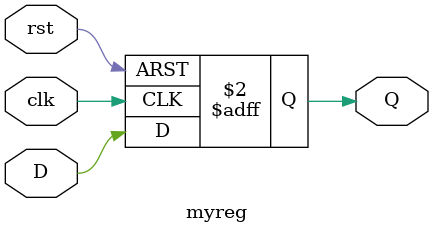
<source format=v>
module myreg (
    input rst,clk,D,
   output Q
);

reg Q;

always @(posedge clk or posedge rst) begin
      if(rst) Q<=0;
      else Q<=D;
end 

endmodule
</source>
